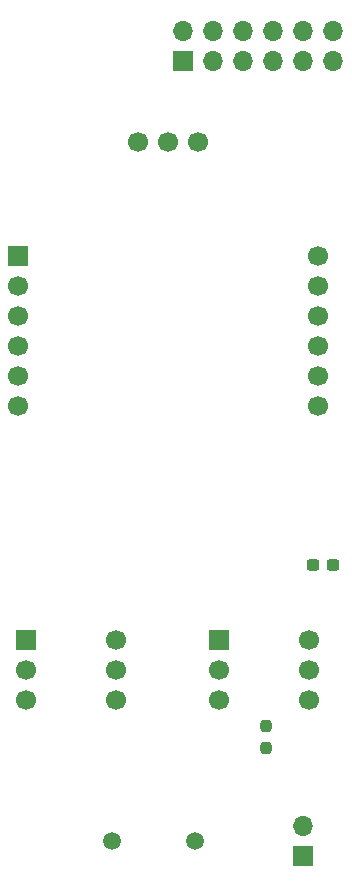
<source format=gbs>
G04 #@! TF.GenerationSoftware,KiCad,Pcbnew,6.0.9-8da3e8f707~116~ubuntu20.04.1*
G04 #@! TF.CreationDate,2022-12-17T22:04:31+01:00*
G04 #@! TF.ProjectId,pcm_pmod,70636d5f-706d-46f6-942e-6b696361645f,rev?*
G04 #@! TF.SameCoordinates,Original*
G04 #@! TF.FileFunction,Soldermask,Bot*
G04 #@! TF.FilePolarity,Negative*
%FSLAX46Y46*%
G04 Gerber Fmt 4.6, Leading zero omitted, Abs format (unit mm)*
G04 Created by KiCad (PCBNEW 6.0.9-8da3e8f707~116~ubuntu20.04.1) date 2022-12-17 22:04:31*
%MOMM*%
%LPD*%
G01*
G04 APERTURE LIST*
G04 Aperture macros list*
%AMRoundRect*
0 Rectangle with rounded corners*
0 $1 Rounding radius*
0 $2 $3 $4 $5 $6 $7 $8 $9 X,Y pos of 4 corners*
0 Add a 4 corners polygon primitive as box body*
4,1,4,$2,$3,$4,$5,$6,$7,$8,$9,$2,$3,0*
0 Add four circle primitives for the rounded corners*
1,1,$1+$1,$2,$3*
1,1,$1+$1,$4,$5*
1,1,$1+$1,$6,$7*
1,1,$1+$1,$8,$9*
0 Add four rect primitives between the rounded corners*
20,1,$1+$1,$2,$3,$4,$5,0*
20,1,$1+$1,$4,$5,$6,$7,0*
20,1,$1+$1,$6,$7,$8,$9,0*
20,1,$1+$1,$8,$9,$2,$3,0*%
G04 Aperture macros list end*
%ADD10C,1.500000*%
%ADD11R,1.700000X1.700000*%
%ADD12C,1.700000*%
%ADD13O,1.700000X1.700000*%
%ADD14RoundRect,0.237500X0.300000X0.237500X-0.300000X0.237500X-0.300000X-0.237500X0.300000X-0.237500X0*%
%ADD15RoundRect,0.237500X-0.237500X0.250000X-0.237500X-0.250000X0.237500X-0.250000X0.237500X0.250000X0*%
G04 APERTURE END LIST*
D10*
X116525000Y-137160000D03*
X109525000Y-137160000D03*
D11*
X101600000Y-87630000D03*
D12*
X101600000Y-90170000D03*
X101600000Y-92710000D03*
X101600000Y-95250000D03*
X101600000Y-97790000D03*
X101600000Y-100330000D03*
X127000000Y-100330000D03*
X127000000Y-97790000D03*
X127000000Y-95250000D03*
X127000000Y-92710000D03*
X127000000Y-90170000D03*
X127000000Y-87630000D03*
X116840000Y-77978000D03*
X114300000Y-77978000D03*
X111760000Y-77978000D03*
D11*
X115570000Y-71120000D03*
D13*
X115570000Y-68580000D03*
X118110000Y-71120000D03*
X118110000Y-68580000D03*
X120650000Y-71120000D03*
X120650000Y-68580000D03*
X123190000Y-71120000D03*
X123190000Y-68580000D03*
X125730000Y-71120000D03*
X125730000Y-68580000D03*
X128270000Y-71120000D03*
X128270000Y-68580000D03*
D11*
X118595000Y-120142000D03*
D12*
X118595000Y-122682000D03*
X118595000Y-125222000D03*
X126215000Y-125222000D03*
X126215000Y-122682000D03*
X126215000Y-120142000D03*
D11*
X102235000Y-120142000D03*
D12*
X102235000Y-122682000D03*
X102235000Y-125222000D03*
X109855000Y-125222000D03*
X109855000Y-122682000D03*
X109855000Y-120142000D03*
D11*
X125730000Y-138430000D03*
D13*
X125730000Y-135890000D03*
D14*
X128270000Y-113792000D03*
X126545000Y-113792000D03*
D15*
X122555000Y-127461000D03*
X122555000Y-129286000D03*
M02*

</source>
